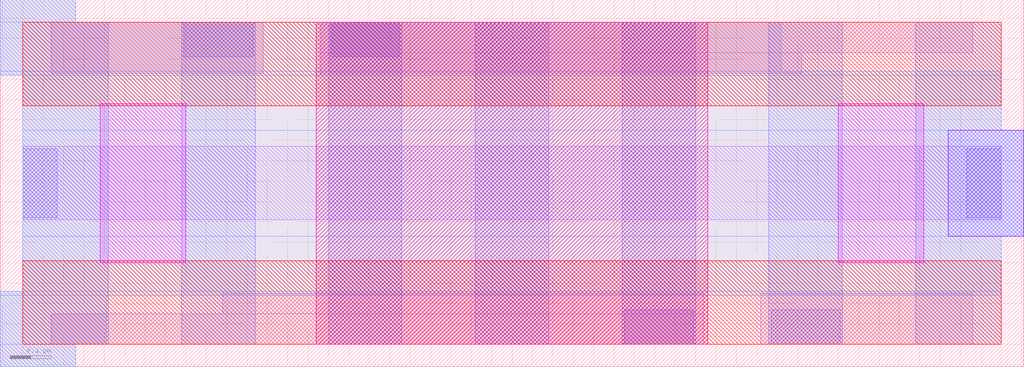
<source format=lef>
# Copyright 2020 The SkyWater PDK Authors
#
# Licensed under the Apache License, Version 2.0 (the "License");
# you may not use this file except in compliance with the License.
# You may obtain a copy of the License at
#
#     https://www.apache.org/licenses/LICENSE-2.0
#
# Unless required by applicable law or agreed to in writing, software
# distributed under the License is distributed on an "AS IS" BASIS,
# WITHOUT WARRANTIES OR CONDITIONS OF ANY KIND, either express or implied.
# See the License for the specific language governing permissions and
# limitations under the License.
#
# SPDX-License-Identifier: Apache-2.0

VERSION 5.7 ;
  NOWIREEXTENSIONATPIN ON ;
  DIVIDERCHAR "/" ;
  BUSBITCHARS "[]" ;
MACRO sky130_fd_bd_sram__sram_dp_horstrap6
  CLASS BLOCK ;
  FOREIGN sky130_fd_bd_sram__sram_dp_horstrap6 ;
  ORIGIN  0.055000  0.055000 ;
  SIZE  2.510000 BY  0.900000 ;
  OBS
    LAYER li1 ;
      RECT 0.000000 0.305000 2.400000 0.485000 ;
      RECT 0.070000 0.000000 1.670000 0.075000 ;
      RECT 0.070000 0.665000 0.590000 0.790000 ;
      RECT 0.490000 0.075000 1.670000 0.125000 ;
      RECT 0.730000 0.665000 1.910000 0.715000 ;
      RECT 0.730000 0.715000 2.330000 0.790000 ;
      RECT 1.810000 0.000000 2.330000 0.125000 ;
    LAYER mcon ;
      RECT 0.000000 0.310000 0.085000 0.480000 ;
      RECT 0.395000 0.705000 0.565000 0.790000 ;
      RECT 0.755000 0.705000 0.925000 0.790000 ;
      RECT 1.475000 0.000000 1.645000 0.085000 ;
      RECT 1.835000 0.000000 2.005000 0.085000 ;
      RECT 2.315000 0.310000 2.400000 0.480000 ;
    LAYER met1 ;
      RECT -0.055000 -0.055000 0.130000 0.000000 ;
      RECT -0.055000  0.000000 0.210000 0.130000 ;
      RECT -0.055000  0.660000 0.210000 0.790000 ;
      RECT -0.055000  0.790000 0.130000 0.845000 ;
      RECT  0.000000  0.130000 0.210000 0.660000 ;
      RECT  0.390000  0.000000 0.570000 0.790000 ;
      RECT  0.750000  0.000000 0.930000 0.790000 ;
      RECT  1.110000  0.000000 1.290000 0.790000 ;
      RECT  1.470000  0.000000 1.650000 0.790000 ;
      RECT  1.830000  0.000000 2.010000 0.790000 ;
      RECT  2.190000  0.000000 2.400000 0.265000 ;
      RECT  2.190000  0.265000 2.455000 0.525000 ;
      RECT  2.190000  0.525000 2.400000 0.790000 ;
    LAYER met2 ;
      RECT -0.055000 -0.055000 0.130000 0.000000 ;
      RECT -0.055000  0.000000 0.205000 0.120000 ;
      RECT -0.055000  0.120000 2.400000 0.130000 ;
      RECT -0.055000  0.660000 2.400000 0.670000 ;
      RECT -0.055000  0.670000 1.860000 0.790000 ;
      RECT -0.055000  0.790000 0.130000 0.845000 ;
      RECT  0.000000  0.130000 2.400000 0.265000 ;
      RECT  0.000000  0.265000 2.455000 0.525000 ;
      RECT  0.000000  0.525000 2.400000 0.660000 ;
    LAYER met3 ;
      RECT 0.000000 0.000000 2.400000 0.205000 ;
      RECT 0.000000 0.585000 2.400000 0.790000 ;
    LAYER nwell ;
      RECT 0.720000 0.000000 1.680000 0.790000 ;
    LAYER pwell ;
      RECT 0.190000 0.200000 0.400000 0.590000 ;
    LAYER pwell ;
      RECT 2.000000 0.200000 2.210000 0.590000 ;
    LAYER via ;
      RECT 2.270000 0.265000 2.455000 0.525000 ;
  END
END sky130_fd_bd_sram__sram_dp_horstrap6
END LIBRARY

</source>
